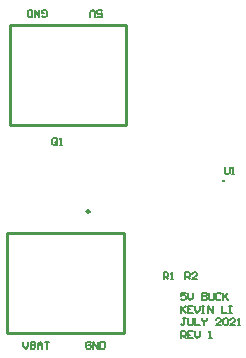
<source format=gto>
G04*
G04 #@! TF.GenerationSoftware,Altium Limited,Altium Designer,21.5.1 (32)*
G04*
G04 Layer_Color=65535*
%FSLAX25Y25*%
%MOIN*%
G70*
G04*
G04 #@! TF.SameCoordinates,B42815E3-1C8A-49E7-A1B9-2BA69348AFE0*
G04*
G04*
G04 #@! TF.FilePolarity,Positive*
G04*
G01*
G75*
%ADD10C,0.00984*%
%ADD11C,0.01000*%
%ADD12C,0.00591*%
D10*
X31701Y48586D02*
G03*
X31701Y48586I-492J0D01*
G01*
D11*
X76279Y58858D02*
G03*
X76279Y58858I-197J0D01*
G01*
X5016Y77408D02*
X43758D01*
X5016D02*
Y110913D01*
X43758D01*
Y77408D02*
Y110913D01*
X4273Y7984D02*
Y41490D01*
Y7984D02*
X43016D01*
Y41490D01*
X4273D02*
X43016D01*
D12*
X63681Y21512D02*
X62106D01*
Y20331D01*
X62893Y20725D01*
X63287D01*
X63681Y20331D01*
Y19544D01*
X63287Y19151D01*
X62500D01*
X62106Y19544D01*
X64468Y21512D02*
Y19938D01*
X65255Y19151D01*
X66042Y19938D01*
Y21512D01*
X69191D02*
Y19151D01*
X70371D01*
X70765Y19544D01*
Y19938D01*
X70371Y20331D01*
X69191D01*
X70371D01*
X70765Y20725D01*
Y21118D01*
X70371Y21512D01*
X69191D01*
X71552D02*
Y19544D01*
X71946Y19151D01*
X72733D01*
X73126Y19544D01*
Y21512D01*
X75488Y21118D02*
X75094Y21512D01*
X74307D01*
X73914Y21118D01*
Y19544D01*
X74307Y19151D01*
X75094D01*
X75488Y19544D01*
X76275Y21512D02*
Y19151D01*
Y19938D01*
X77849Y21512D01*
X76669Y20331D01*
X77849Y19151D01*
X62106Y17261D02*
Y14900D01*
Y15687D01*
X63681Y17261D01*
X62500Y16080D01*
X63681Y14900D01*
X66042Y17261D02*
X64468D01*
Y14900D01*
X66042D01*
X64468Y16080D02*
X65255D01*
X66829Y17261D02*
Y15687D01*
X67616Y14900D01*
X68404Y15687D01*
Y17261D01*
X69191D02*
X69978D01*
X69584D01*
Y14900D01*
X69191D01*
X69978D01*
X71158D02*
Y17261D01*
X72733Y14900D01*
Y17261D01*
X75881D02*
Y14900D01*
X77456D01*
X78243Y17261D02*
X79030D01*
X78636D01*
Y14900D01*
X78243D01*
X79030D01*
X63681Y13010D02*
X62893D01*
X63287D01*
Y11042D01*
X62893Y10649D01*
X62500D01*
X62106Y11042D01*
X64468Y13010D02*
Y11042D01*
X64861Y10649D01*
X65649D01*
X66042Y11042D01*
Y13010D01*
X66829D02*
Y10649D01*
X68404D01*
X69191Y13010D02*
Y12617D01*
X69978Y11829D01*
X70765Y12617D01*
Y13010D01*
X69978Y11829D02*
Y10649D01*
X75488D02*
X73914D01*
X75488Y12223D01*
Y12617D01*
X75094Y13010D01*
X74307D01*
X73914Y12617D01*
X76275D02*
X76669Y13010D01*
X77456D01*
X77849Y12617D01*
Y11042D01*
X77456Y10649D01*
X76669D01*
X76275Y11042D01*
Y12617D01*
X80211Y10649D02*
X78636D01*
X80211Y12223D01*
Y12617D01*
X79817Y13010D01*
X79030D01*
X78636Y12617D01*
X80998Y10649D02*
X81785D01*
X81391D01*
Y13010D01*
X80998Y12617D01*
X62106Y6398D02*
Y8759D01*
X63287D01*
X63681Y8365D01*
Y7578D01*
X63287Y7185D01*
X62106D01*
X62893D02*
X63681Y6398D01*
X66042Y8759D02*
X64468D01*
Y6398D01*
X66042D01*
X64468Y7578D02*
X65255D01*
X66829Y8759D02*
Y7185D01*
X67616Y6398D01*
X68404Y7185D01*
Y8759D01*
X71552Y6398D02*
X72339D01*
X71946D01*
Y8759D01*
X71552Y8365D01*
X9646Y5314D02*
Y3740D01*
X10433Y2953D01*
X11220Y3740D01*
Y5314D01*
X12007D02*
Y2953D01*
X13188D01*
X13581Y3346D01*
Y3740D01*
X13188Y4134D01*
X12007D01*
X13188D01*
X13581Y4527D01*
Y4921D01*
X13188Y5314D01*
X12007D01*
X14368Y2953D02*
Y4527D01*
X15156Y5314D01*
X15943Y4527D01*
Y2953D01*
Y4134D01*
X14368D01*
X16730Y5314D02*
X18304D01*
X17517D01*
Y2953D01*
X32086Y4921D02*
X31692Y5314D01*
X30905D01*
X30512Y4921D01*
Y3346D01*
X30905Y2953D01*
X31692D01*
X32086Y3346D01*
Y4134D01*
X31299D01*
X32873Y2953D02*
Y5314D01*
X34448Y2953D01*
Y5314D01*
X35235D02*
Y2953D01*
X36415D01*
X36809Y3346D01*
Y4921D01*
X36415Y5314D01*
X35235D01*
X15749Y113977D02*
X16142Y113583D01*
X16929D01*
X17323Y113977D01*
Y115551D01*
X16929Y115945D01*
X16142D01*
X15749Y115551D01*
Y114764D01*
X16536D01*
X14961Y115945D02*
Y113583D01*
X13387Y115945D01*
Y113583D01*
X12600D02*
Y115945D01*
X11419D01*
X11026Y115551D01*
Y113977D01*
X11419Y113583D01*
X12600D01*
X34253D02*
X35827D01*
Y114764D01*
X35040Y114371D01*
X34646D01*
X34253Y114764D01*
Y115551D01*
X34646Y115945D01*
X35433D01*
X35827Y115551D01*
X33465Y113583D02*
Y115158D01*
X32678Y115945D01*
X31891Y115158D01*
Y113583D01*
X76772Y63385D02*
Y61418D01*
X77166Y61024D01*
X77953D01*
X78347Y61418D01*
Y63385D01*
X79134Y61024D02*
X79921D01*
X79527D01*
Y63385D01*
X79134Y62992D01*
X63583Y25985D02*
Y28346D01*
X64764D01*
X65158Y27953D01*
Y27165D01*
X64764Y26772D01*
X63583D01*
X64371D02*
X65158Y25985D01*
X67519D02*
X65945D01*
X67519Y27559D01*
Y27953D01*
X67125Y28346D01*
X66338D01*
X65945Y27953D01*
X56398Y25985D02*
Y28346D01*
X57579D01*
X57972Y27953D01*
Y27165D01*
X57579Y26772D01*
X56398D01*
X57185D02*
X57972Y25985D01*
X58760D02*
X59547D01*
X59153D01*
Y28346D01*
X58760Y27953D01*
X20866Y71260D02*
Y72834D01*
X20473Y73228D01*
X19685D01*
X19292Y72834D01*
Y71260D01*
X19685Y70867D01*
X20473D01*
X20079Y71654D02*
X20866Y70867D01*
X20473D02*
X20866Y71260D01*
X21653Y70867D02*
X22440D01*
X22047D01*
Y73228D01*
X21653Y72834D01*
M02*

</source>
